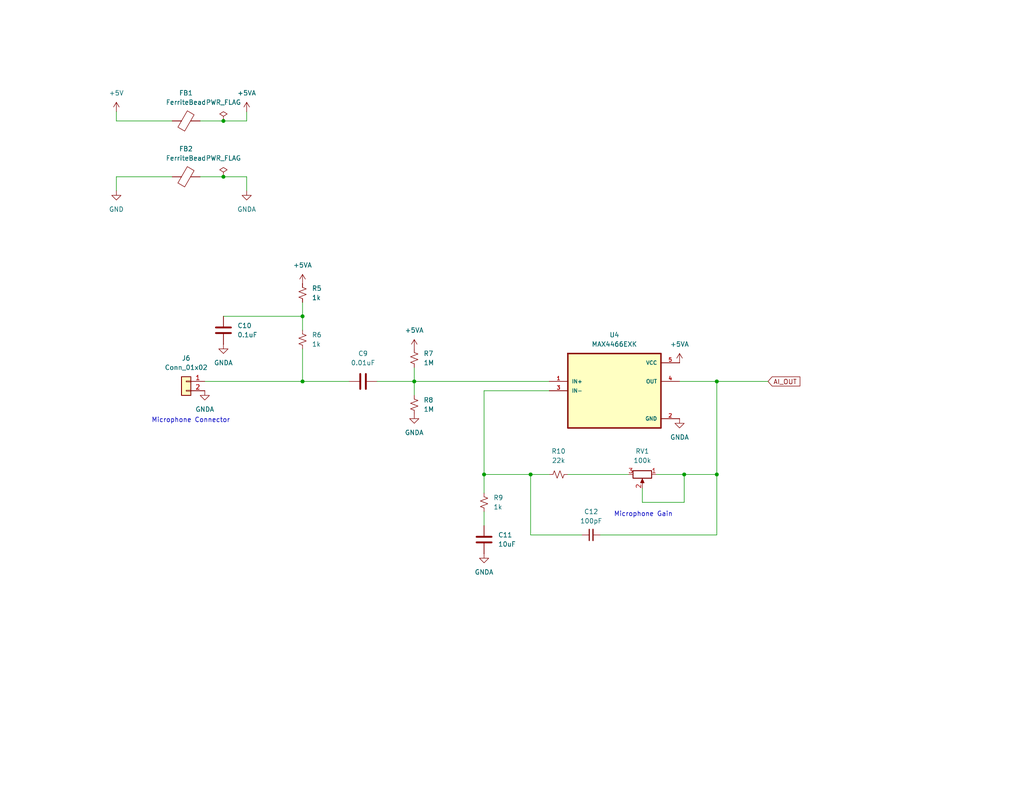
<source format=kicad_sch>
(kicad_sch (version 20231120) (generator "eeschema") (generator_version "8.0")
  (paper "USLetter")
  (title_block (title "Utility Board 1") (date "2025-02-13") (rev "1") (company "Bruce MacKinnon KC1FSZ") (comment 1 "Copyright (C) Bruce MacKinnon, 2025") (comment 2 "NOT FOR COMMERCIAL USE"))
  (lib_symbols
    (symbol "Connector_Generic:Conn_01x02" (pin_names (offset 1.016) hide)
      (property "Reference" "J" (at 0 2.54 0))
      (property "Value" "Conn_01x02" (at 0 -5.08 0))
      (symbol "Conn_01x02_1_1"
        (rectangle (start -1.27 -2.413) (end 0 -2.667) (stroke (width 0.1524)))
        (rectangle (start -1.27 0.127) (end 0 -0.127) (stroke (width 0.1524)))
        (rectangle (start -1.27 1.27) (end 1.27 -3.81) (stroke (width 0.254)) (fill (type background)))
        (pin passive line (at -5.08 0 0) (length 3.81) (name "Pin_1") (number "1"))
        (pin passive line (at -5.08 -2.54 0) (length 3.81) (name "Pin_2") (number "2"))
      )
    )
    (symbol "Device:C" (pin_numbers hide) (pin_names (offset 0.254))
      (property "Reference" "C" (at 0.635 2.54 0))
      (property "Value" "C" (at 0.635 -2.54 0))
      (symbol "C_0_1"
        (polyline (pts (xy -2.032 -0.762) (xy 2.032 -0.762)) (stroke (width 0.508)))
        (polyline (pts (xy -2.032 0.762) (xy 2.032 0.762)) (stroke (width 0.508)))
      )
      (symbol "C_1_1"
        (pin passive line (at 0 3.81 270) (length 2.794) (name "~") (number "1"))
        (pin passive line (at 0 -3.81 90) (length 2.794) (name "~") (number "2"))
      )
    )
    (symbol "Device:C_Small" (pin_numbers hide) (pin_names (offset 0.254) hide)
      (property "Reference" "C" (at 0.254 1.778 0))
      (property "Value" "C_Small" (at 0.254 -2.032 0))
      (symbol "C_Small_0_1"
        (polyline (pts (xy -1.524 -0.508) (xy 1.524 -0.508)) (stroke (width 0.3302)))
        (polyline (pts (xy -1.524 0.508) (xy 1.524 0.508)) (stroke (width 0.3048)))
      )
      (symbol "C_Small_1_1"
        (pin passive line (at 0 2.54 270) (length 2.032) (name "~") (number "1"))
        (pin passive line (at 0 -2.54 90) (length 2.032) (name "~") (number "2"))
      )
    )
    (symbol "Device:FerriteBead" (pin_numbers hide) (pin_names (offset 0))
      (property "Reference" "FB" (at -3.81 0.635 90))
      (property "Value" "FerriteBead" (at 3.81 0 90))
      (symbol "FerriteBead_0_1"
        (polyline (pts (xy 0 -1.27) (xy 0 -1.2192)))
        (polyline (pts (xy 0 1.27) (xy 0 1.2954)))
        (polyline (pts (xy -2.7686 0.4064) (xy -1.7018 2.2606) (xy 2.7686 -0.3048) (xy 1.6764 -2.159) (xy -2.7686 0.4064)))
      )
      (symbol "FerriteBead_1_1"
        (pin passive line (at 0 3.81 270) (length 2.54) (name "~") (number "1"))
        (pin passive line (at 0 -3.81 90) (length 2.54) (name "~") (number "2"))
      )
    )
    (symbol "Device:R_Potentiometer" (pin_names (offset 1.016) hide)
      (property "Reference" "RV" (at -4.445 0 90))
      (property "Value" "R_Potentiometer" (at -2.54 0 90))
      (symbol "R_Potentiometer_0_1"
        (polyline (pts (xy 2.54 0) (xy 1.524 0)))
        (polyline (pts (xy 1.143 0) (xy 2.286 0.508) (xy 2.286 -0.508) (xy 1.143 0)) (fill (type outline)))
        (rectangle (start 1.016 2.54) (end -1.016 -2.54) (stroke (width 0.254)))
      )
      (symbol "R_Potentiometer_1_1"
        (pin passive line (at 0 3.81 270) (length 1.27) (name "1") (number "1"))
        (pin passive line (at 3.81 0 180) (length 1.27) (name "2") (number "2"))
        (pin passive line (at 0 -3.81 90) (length 1.27) (name "3") (number "3"))
      )
    )
    (symbol "Device:R_Small_US" (pin_numbers hide) (pin_names (offset 0.254) hide)
      (property "Reference" "R" (at 0.762 0.508 0))
      (property "Value" "R_Small_US" (at 0.762 -1.016 0))
      (symbol "R_Small_US_1_1"
        (polyline (pts (xy 0 0) (xy 1.016 -0.381) (xy 0 -0.762) (xy -1.016 -1.143) (xy 0 -1.524)))
        (polyline (pts (xy 0 1.524) (xy 1.016 1.143) (xy 0 0.762) (xy -1.016 0.381) (xy 0 0)))
        (pin passive line (at 0 2.54 270) (length 1.016) (name "~") (number "1"))
        (pin passive line (at 0 -2.54 90) (length 1.016) (name "~") (number "2"))
      )
    )
    (symbol "power:+5V" (power) (pin_numbers hide) (pin_names (offset 0) hide)
      (property "Value" "+5V" (at 0 3.556 0))
      (symbol "+5V_0_1"
        (polyline (pts (xy -0.762 1.27) (xy 0 2.54)))
        (polyline (pts (xy 0 0) (xy 0 2.54)))
        (polyline (pts (xy 0 2.54) (xy 0.762 1.27)))
      )
      (symbol "+5V_1_1"
        (pin power_in line (at 0 0 90) (length 0) (name "~") (number "1"))
      )
    )
    (symbol "power:+5VA" (power) (pin_numbers hide) (pin_names (offset 0) hide)
      (property "Value" "+5VA" (at 0 3.556 0))
      (symbol "+5VA_0_1"
        (polyline (pts (xy -0.762 1.27) (xy 0 2.54)))
        (polyline (pts (xy 0 0) (xy 0 2.54)))
        (polyline (pts (xy 0 2.54) (xy 0.762 1.27)))
      )
      (symbol "+5VA_1_1"
        (pin power_in line (at 0 0 90) (length 0) (name "~") (number "1"))
      )
    )
    (symbol "power:GND" (power) (pin_numbers hide) (pin_names (offset 0) hide)
      (property "Value" "GND" (at 0 -3.81 0))
      (symbol "GND_0_1"
        (polyline (pts (xy 0 0) (xy 0 -1.27) (xy 1.27 -1.27) (xy 0 -2.54) (xy -1.27 -1.27) (xy 0 -1.27)))
      )
      (symbol "GND_1_1"
        (pin power_in line (at 0 0 270) (length 0) (name "~") (number "1"))
      )
    )
    (symbol "power:GNDA" (power) (pin_numbers hide) (pin_names (offset 0) hide)
      (property "Value" "GNDA" (at 0 -3.81 0))
      (symbol "GNDA_0_1"
        (polyline (pts (xy 0 0) (xy 0 -1.27) (xy 1.27 -1.27) (xy 0 -2.54) (xy -1.27 -1.27) (xy 0 -1.27)))
      )
      (symbol "GNDA_1_1"
        (pin power_in line (at 0 0 270) (length 0) (name "~") (number "1"))
      )
    )
    (symbol "power:PWR_FLAG" (power) (pin_numbers hide) (pin_names (offset 0) hide)
      (property "Value" "PWR_FLAG" (at 0 3.81 0))
      (symbol "PWR_FLAG_0_0"
        (pin power_out line (at 0 0 90) (length 0) (name "~") (number "1"))
      )
      (symbol "PWR_FLAG_0_1"
        (polyline (pts (xy 0 0) (xy 0 1.27) (xy -1.016 1.905) (xy 0 2.54) (xy 1.016 1.905) (xy 0 1.27)))
      )
    )
    (symbol "symbol-library-1:MAX4466EXK" (pin_names (offset 1.016))
      (property "Reference" "U" (at -12.7 11.16 0))
      (property "Value" "MAX4466EXK" (at -12.7 -14.16 0))
      (symbol "MAX4466EXK_0_0"
        (rectangle (start -12.7 -10.16) (end 12.7 10.16) (stroke (width 0.41)) (fill (type background)))
        (pin input line (at -17.78 2.54 0) (length 5.08) (name "IN+") (number "1"))
        (pin power_in line (at 17.78 -7.62 180) (length 5.08) (name "GND") (number "2"))
        (pin input line (at -17.78 0 0) (length 5.08) (name "IN-") (number "3"))
        (pin output line (at 17.78 2.54 180) (length 5.08) (name "OUT") (number "4"))
        (pin power_in line (at 17.78 7.62 180) (length 5.08) (name "VCC") (number "5"))
      )
    )
  )
  (junction (at 186.69 129.54))
  (junction (at 82.55 86.36))
  (junction (at 60.96 48.26))
  (junction (at 113.03 104.14))
  (junction (at 195.58 104.14))
  (junction (at 60.96 33.02))
  (junction (at 195.58 129.54))
  (junction (at 82.55 104.14))
  (junction (at 144.78 129.54))
  (junction (at 132.08 129.54))
  (wire (pts (xy 132.08 129.54) (xy 144.78 129.54)))
  (wire (pts (xy 60.96 33.02) (xy 67.31 33.02)))
  (wire (pts (xy 82.55 82.55) (xy 82.55 86.36)))
  (wire (pts (xy 144.78 129.54) (xy 149.86 129.54)))
  (wire (pts (xy 31.75 48.26) (xy 31.75 52.07)))
  (wire (pts (xy 132.08 129.54) (xy 132.08 134.62)))
  (wire (pts (xy 113.03 100.33) (xy 113.03 104.14)))
  (wire (pts (xy 195.58 146.05) (xy 195.58 129.54)))
  (wire (pts (xy 185.42 104.14) (xy 195.58 104.14)))
  (wire (pts (xy 54.61 33.02) (xy 60.96 33.02)))
  (wire (pts (xy 144.78 146.05) (xy 144.78 129.54)))
  (wire (pts (xy 132.08 139.7) (xy 132.08 143.51)))
  (wire (pts (xy 67.31 48.26) (xy 67.31 52.07)))
  (wire (pts (xy 60.96 86.36) (xy 82.55 86.36)))
  (wire (pts (xy 31.75 33.02) (xy 46.99 33.02)))
  (wire (pts (xy 175.26 133.35) (xy 175.26 137.16)))
  (wire (pts (xy 82.55 104.14) (xy 95.25 104.14)))
  (wire (pts (xy 67.31 30.48) (xy 67.31 33.02)))
  (wire (pts (xy 55.88 104.14) (xy 82.55 104.14)))
  (wire (pts (xy 186.69 129.54) (xy 195.58 129.54)))
  (wire (pts (xy 132.08 106.68) (xy 149.86 106.68)))
  (wire (pts (xy 154.94 129.54) (xy 171.45 129.54)))
  (wire (pts (xy 195.58 104.14) (xy 209.55 104.14)))
  (wire (pts (xy 31.75 30.48) (xy 31.75 33.02)))
  (wire (pts (xy 82.55 95.25) (xy 82.55 104.14)))
  (wire (pts (xy 113.03 104.14) (xy 149.86 104.14)))
  (wire (pts (xy 82.55 86.36) (xy 82.55 90.17)))
  (wire (pts (xy 163.83 146.05) (xy 195.58 146.05)))
  (wire (pts (xy 195.58 104.14) (xy 195.58 129.54)))
  (wire (pts (xy 179.07 129.54) (xy 186.69 129.54)))
  (wire (pts (xy 158.75 146.05) (xy 144.78 146.05)))
  (wire (pts (xy 113.03 104.14) (xy 113.03 107.95)))
  (wire (pts (xy 31.75 48.26) (xy 46.99 48.26)))
  (wire (pts (xy 132.08 106.68) (xy 132.08 129.54)))
  (wire (pts (xy 102.87 104.14) (xy 113.03 104.14)))
  (wire (pts (xy 175.26 137.16) (xy 186.69 137.16)))
  (wire (pts (xy 60.96 48.26) (xy 67.31 48.26)))
  (wire (pts (xy 186.69 137.16) (xy 186.69 129.54)))
  (wire (pts (xy 54.61 48.26) (xy 60.96 48.26)))
  (text "Microphone Connector" (at 52.07 114.808 0) (effects (font (size 1.27 1.27))))
  (text "Microphone Gain " (at 176.022 140.462 0) (effects (font (size 1.27 1.27))))
  (global_label "AI_OUT" (shape input) (at 209.55 104.14 0) (property "Intersheetrefs" "${INTERSHEET_REFS}" (effects (hide yes))))
  (symbol (lib_id "power:GNDA") (at 67.31 52.07 0) (unit 1)
    (property "Reference" "#PWR023" (effects (hide yes)))
    (property "Value" "GNDA" (at 67.31 57.15 0))
    (property "Description" "Power symbol creates a global label with name \"GNDA\" , analog ground" (effects (hide yes)))
  )
  (symbol (lib_id "power:+5VA") (at 82.55 77.47 0) (unit 1)
    (property "Reference" "#PWR027" (effects (hide yes)))
    (property "Value" "+5VA" (at 82.55 72.39 0))
    (property "Description" "Power symbol creates a global label with name \"+5VA\"" (effects (hide yes)))
  )
  (symbol (lib_id "Device:R_Small_US") (at 113.03 97.79 0) (unit 1)
    (property "Reference" "R7" (at 115.57 96.5199 0) (effects (justify left)))
    (property "Value" "1M" (at 115.57 99.0599 0) (effects (justify left)))
    (property "Footprint" "Resistor_SMD:R_0805_2012Metric_Pad1.20x1.40mm_HandSolder" (effects (hide yes)))
    (property "Description" "Resistor, small US symbol" (effects (hide yes)))
  )
  (symbol (lib_id "symbol-library-1:MAX4466EXK") (at 167.64 106.68 0) (unit 1)
    (property "Reference" "U4" (at 167.64 91.44 0))
    (property "Value" "MAX4466EXK" (at 167.64 93.98 0))
    (property "Footprint" "Package_TO_SOT_SMD:SOT-353_SC-70-5_Handsoldering" (effects (hide yes)))
  )
  (symbol (lib_id "Device:R_Small_US") (at 113.03 110.49 0) (unit 1)
    (property "Reference" "R8" (at 115.57 109.2199 0) (effects (justify left)))
    (property "Value" "1M" (at 115.57 111.7599 0) (effects (justify left)))
    (property "Footprint" "Resistor_SMD:R_0805_2012Metric_Pad1.20x1.40mm_HandSolder" (effects (hide yes)))
    (property "Description" "Resistor, small US symbol" (effects (hide yes)))
  )
  (symbol (lib_id "power:+5VA") (at 113.03 95.25 0) (unit 1)
    (property "Reference" "#PWR028" (effects (hide yes)))
    (property "Value" "+5VA" (at 113.03 90.17 0))
    (property "Description" "Power symbol creates a global label with name \"+5VA\"" (effects (hide yes)))
  )
  (symbol (lib_id "Device:R_Small_US") (at 152.4 129.54 90) (unit 1)
    (property "Reference" "R10" (at 152.4 123.19 90))
    (property "Value" "22k" (at 152.4 125.73 90))
    (property "Footprint" "Resistor_SMD:R_0805_2012Metric_Pad1.20x1.40mm_HandSolder" (effects (hide yes)))
    (property "Description" "Resistor, small US symbol" (effects (hide yes)))
  )
  (symbol (lib_id "Device:C_Small") (at 161.29 146.05 90) (unit 1)
    (property "Reference" "C12" (at 161.2963 139.7 90))
    (property "Value" "100pF" (at 161.2963 142.24 90))
    (property "Footprint" "Capacitor_SMD:C_0805_2012Metric_Pad1.18x1.45mm_HandSolder" (effects (hide yes)))
    (property "Description" "Unpolarized capacitor, small symbol" (effects (hide yes)))
  )
  (symbol (lib_id "power:GNDA") (at 60.96 93.98 0) (unit 1)
    (property "Reference" "#PWR024" (effects (hide yes)))
    (property "Value" "GNDA" (at 60.96 99.06 0))
    (property "Description" "Power symbol creates a global label with name \"GNDA\" , analog ground" (effects (hide yes)))
  )
  (symbol (lib_id "Device:FerriteBead") (at 50.8 48.26 90) (unit 1)
    (property "Reference" "FB2" (at 50.7492 40.64 90))
    (property "Value" "FerriteBead" (at 50.7492 43.18 90))
    (property "Footprint" "Inductor_SMD:L_0805_2012Metric_Pad1.15x1.40mm_HandSolder" (effects (hide yes)))
    (property "Description" "Ferrite bead" (effects (hide yes)))
  )
  (symbol (lib_id "power:PWR_FLAG") (at 60.96 48.26 0) (unit 1)
    (property "Reference" "#FLG03" (effects (hide yes)))
    (property "Value" "PWR_FLAG" (at 60.96 43.18 0))
    (property "Description" "Special symbol for telling ERC where power comes from" (effects (hide yes)))
  )
  (symbol (lib_id "Device:C") (at 99.06 104.14 90) (unit 1)
    (property "Reference" "C9" (at 99.06 96.52 90))
    (property "Value" "0.01uF" (at 99.06 99.06 90))
    (property "Footprint" "Capacitor_SMD:C_0805_2012Metric_Pad1.18x1.45mm_HandSolder" (effects (hide yes)))
    (property "Description" "Unpolarized capacitor" (effects (hide yes)))
  )
  (symbol (lib_id "power:GND") (at 31.75 52.07 0) (unit 1)
    (property "Reference" "#PWR022" (effects (hide yes)))
    (property "Value" "GND" (at 31.75 57.15 0))
    (property "Description" "Power symbol creates a global label with name \"GND\" , ground" (effects (hide yes)))
  )
  (symbol (lib_id "power:+5V") (at 31.75 30.48 0) (unit 1)
    (property "Reference" "#PWR020" (effects (hide yes)))
    (property "Value" "+5V" (at 31.75 25.4 0))
    (property "Description" "Power symbol creates a global label with name \"+5V\"" (effects (hide yes)))
  )
  (symbol (lib_id "power:GNDA") (at 55.88 106.68 0) (unit 1)
    (property "Reference" "#PWR025" (effects (hide yes)))
    (property "Value" "GNDA" (at 55.88 111.76 0))
    (property "Description" "Power symbol creates a global label with name \"GNDA\" , analog ground" (effects (hide yes)))
  )
  (symbol (lib_id "power:+5VA") (at 185.42 99.06 0) (unit 1)
    (property "Reference" "#PWR031" (effects (hide yes)))
    (property "Value" "+5VA" (at 185.42 93.98 0))
    (property "Description" "Power symbol creates a global label with name \"+5VA\"" (effects (hide yes)))
  )
  (symbol (lib_id "Device:R_Potentiometer") (at 175.26 129.54 270) (unit 1)
    (property "Reference" "RV1" (at 175.26 123.19 90))
    (property "Value" "100k" (at 175.26 125.73 90))
    (property "Footprint" "bruce-footprints:POT_3362P" (effects (hide yes)))
    (property "Description" "Potentiometer" (effects (hide yes)))
  )
  (symbol (lib_id "Connector_Generic:Conn_01x02") (at 50.8 104.14 0) (mirror y) (unit 1)
    (property "Reference" "J6" (at 50.8 97.79 0))
    (property "Value" "Conn_01x02" (at 50.8 100.33 0))
    (property "Footprint" "Connector_PinHeader_2.54mm:PinHeader_1x02_P2.54mm_Vertical" (effects (hide yes)))
    (property "Description" "Generic connector, single row, 01x02, script generated (kicad-library-utils/schlib/autogen/connector/)" (effects (hide yes)))
  )
  (symbol (lib_id "Device:C") (at 60.96 90.17 180) (unit 1)
    (property "Reference" "C10" (at 64.77 88.8999 0) (effects (justify right)))
    (property "Value" "0.1uF" (at 64.77 91.4399 0) (effects (justify right)))
    (property "Footprint" "Capacitor_SMD:C_0805_2012Metric_Pad1.18x1.45mm_HandSolder" (effects (hide yes)))
    (property "Description" "Unpolarized capacitor" (effects (hide yes)))
  )
  (symbol (lib_id "Device:R_Small_US") (at 132.08 137.16 0) (unit 1)
    (property "Reference" "R9" (at 134.62 135.8899 0) (effects (justify left)))
    (property "Value" "1k" (at 134.62 138.4299 0) (effects (justify left)))
    (property "Footprint" "Resistor_SMD:R_0805_2012Metric_Pad1.20x1.40mm_HandSolder" (effects (hide yes)))
    (property "Description" "Resistor, small US symbol" (effects (hide yes)))
  )
  (symbol (lib_id "Device:R_Small_US") (at 82.55 92.71 0) (unit 1)
    (property "Reference" "R6" (at 85.09 91.4399 0) (effects (justify left)))
    (property "Value" "1k" (at 85.09 93.9799 0) (effects (justify left)))
    (property "Footprint" "Resistor_SMD:R_0805_2012Metric_Pad1.20x1.40mm_HandSolder" (effects (hide yes)))
    (property "Description" "Resistor, small US symbol" (effects (hide yes)))
  )
  (symbol (lib_id "power:GNDA") (at 113.03 113.03 0) (unit 1)
    (property "Reference" "#PWR026" (effects (hide yes)))
    (property "Value" "GNDA" (at 113.03 118.11 0))
    (property "Description" "Power symbol creates a global label with name \"GNDA\" , analog ground" (effects (hide yes)))
  )
  (symbol (lib_id "Device:FerriteBead") (at 50.8 33.02 90) (unit 1)
    (property "Reference" "FB1" (at 50.7492 25.4 90))
    (property "Value" "FerriteBead" (at 50.7492 27.94 90))
    (property "Footprint" "Inductor_SMD:L_0805_2012Metric_Pad1.15x1.40mm_HandSolder" (effects (hide yes)))
    (property "Description" "Ferrite bead" (effects (hide yes)))
  )
  (symbol (lib_id "Device:C") (at 132.08 147.32 180) (unit 1)
    (property "Reference" "C11" (at 135.89 146.0499 0) (effects (justify right)))
    (property "Value" "10uF" (at 135.89 148.5899 0) (effects (justify right)))
    (property "Footprint" "Capacitor_SMD:C_0805_2012Metric_Pad1.18x1.45mm_HandSolder" (effects (hide yes)))
    (property "Description" "Unpolarized capacitor" (effects (hide yes)))
  )
  (symbol (lib_id "power:PWR_FLAG") (at 60.96 33.02 0) (unit 1)
    (property "Reference" "#FLG01" (effects (hide yes)))
    (property "Value" "PWR_FLAG" (at 60.96 27.94 0))
    (property "Description" "Special symbol for telling ERC where power comes from" (effects (hide yes)))
  )
  (symbol (lib_id "Device:R_Small_US") (at 82.55 80.01 0) (unit 1)
    (property "Reference" "R5" (at 85.09 78.7399 0) (effects (justify left)))
    (property "Value" "1k" (at 85.09 81.2799 0) (effects (justify left)))
    (property "Footprint" "Resistor_SMD:R_0805_2012Metric_Pad1.20x1.40mm_HandSolder" (effects (hide yes)))
    (property "Description" "Resistor, small US symbol" (effects (hide yes)))
  )
  (symbol (lib_id "power:+5VA") (at 67.31 30.48 0) (unit 1)
    (property "Reference" "#PWR018" (effects (hide yes)))
    (property "Value" "+5VA" (at 67.31 25.4 0))
    (property "Description" "Power symbol creates a global label with name \"+5VA\"" (effects (hide yes)))
  )
  (symbol (lib_id "power:GNDA") (at 132.08 151.13 0) (unit 1)
    (property "Reference" "#PWR029" (effects (hide yes)))
    (property "Value" "GNDA" (at 132.08 156.21 0))
    (property "Description" "Power symbol creates a global label with name \"GNDA\" , analog ground" (effects (hide yes)))
  )
  (symbol (lib_id "power:GNDA") (at 185.42 114.3 0) (unit 1)
    (property "Reference" "#PWR030" (effects (hide yes)))
    (property "Value" "GNDA" (at 185.42 119.38 0))
    (property "Description" "Power symbol creates a global label with name \"GNDA\" , analog ground" (effects (hide yes)))
  )
)
</source>
